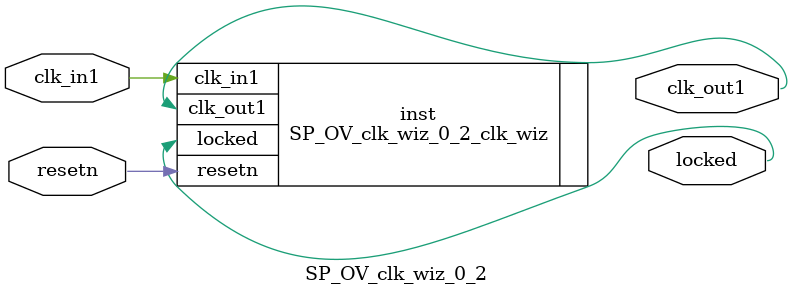
<source format=v>


`timescale 1ps/1ps

(* CORE_GENERATION_INFO = "SP_OV_clk_wiz_0_2,clk_wiz_v6_0_3_0_0,{component_name=SP_OV_clk_wiz_0_2,use_phase_alignment=true,use_min_o_jitter=true,use_max_i_jitter=false,use_dyn_phase_shift=false,use_inclk_switchover=false,use_dyn_reconfig=false,enable_axi=0,feedback_source=FDBK_AUTO,PRIMITIVE=MMCM,num_out_clk=1,clkin1_period=10.000,clkin2_period=10.000,use_power_down=false,use_reset=true,use_locked=true,use_inclk_stopped=false,feedback_type=SINGLE,CLOCK_MGR_TYPE=NA,manual_override=false}" *)

module SP_OV_clk_wiz_0_2 
 (
  // Clock out ports
  output        clk_out1,
  // Status and control signals
  input         resetn,
  output        locked,
 // Clock in ports
  input         clk_in1
 );

  SP_OV_clk_wiz_0_2_clk_wiz inst
  (
  // Clock out ports  
  .clk_out1(clk_out1),
  // Status and control signals               
  .resetn(resetn), 
  .locked(locked),
 // Clock in ports
  .clk_in1(clk_in1)
  );

endmodule

</source>
